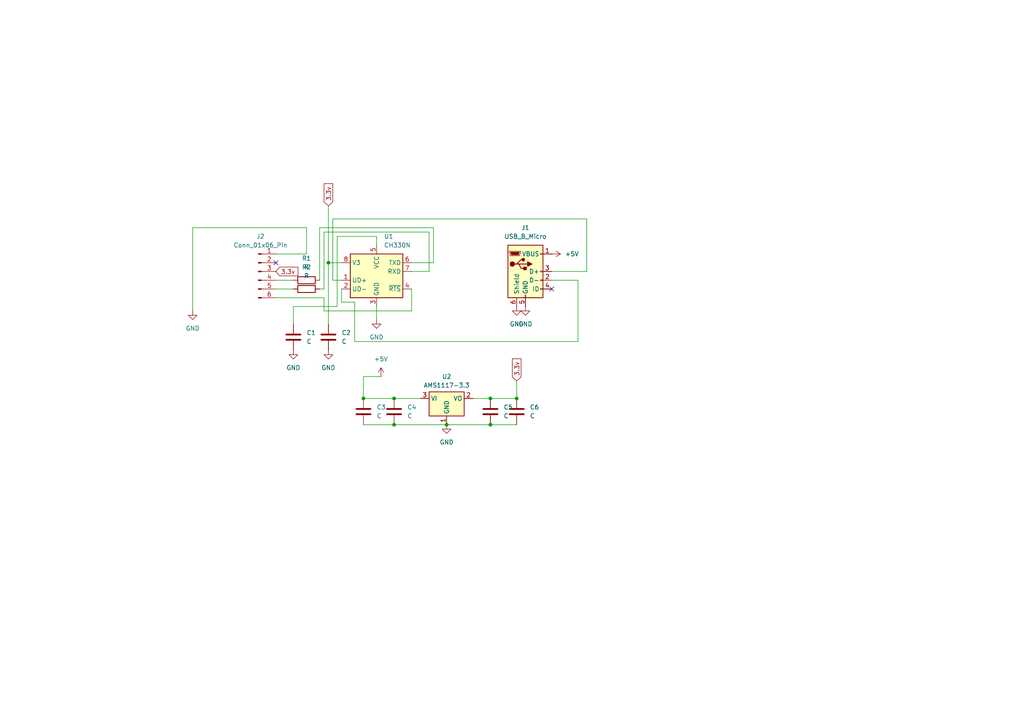
<source format=kicad_sch>
(kicad_sch (version 20250114) (generator "eeschema") (generator_version "9.0")
  (paper "A4")
  (lib_symbols
    (symbol "Connector:Conn_01x06_Pin" (pin_names (offset 1.016) (hide yes))
      (property "Reference" "J" (at 0 7.62 0))
      (property "Value" "Conn_01x06_Pin" (at 0 -10.16 0))
      (symbol "Conn_01x06_Pin_1_1"
        (rectangle (start 0.8636 5.207) (end 0 4.953) (stroke (width 0.1524)) (fill (type outline)))
        (rectangle (start 0.8636 2.667) (end 0 2.413) (stroke (width 0.1524)) (fill (type outline)))
        (rectangle (start 0.8636 0.127) (end 0 -0.127) (stroke (width 0.1524)) (fill (type outline)))
        (rectangle (start 0.8636 -2.413) (end 0 -2.667) (stroke (width 0.1524)) (fill (type outline)))
        (rectangle (start 0.8636 -4.953) (end 0 -5.207) (stroke (width 0.1524)) (fill (type outline)))
        (rectangle (start 0.8636 -7.493) (end 0 -7.747) (stroke (width 0.1524)) (fill (type outline)))
        (polyline (pts (xy 1.27 5.08) (xy 0.8636 5.08)) (stroke (width 0.1524)))
        (polyline (pts (xy 1.27 2.54) (xy 0.8636 2.54)) (stroke (width 0.1524)))
        (polyline (pts (xy 1.27 0) (xy 0.8636 0)) (stroke (width 0.1524)))
        (polyline (pts (xy 1.27 -2.54) (xy 0.8636 -2.54)) (stroke (width 0.1524)))
        (polyline (pts (xy 1.27 -5.08) (xy 0.8636 -5.08)) (stroke (width 0.1524)))
        (polyline (pts (xy 1.27 -7.62) (xy 0.8636 -7.62)) (stroke (width 0.1524)))
        (pin passive line (at 5.08 5.08 180) (length 3.81) (name "Pin_1") (number "1"))
        (pin passive line (at 5.08 2.54 180) (length 3.81) (name "Pin_2") (number "2"))
        (pin passive line (at 5.08 0 180) (length 3.81) (name "Pin_3") (number "3"))
        (pin passive line (at 5.08 -2.54 180) (length 3.81) (name "Pin_4") (number "4"))
        (pin passive line (at 5.08 -5.08 180) (length 3.81) (name "Pin_5") (number "5"))
        (pin passive line (at 5.08 -7.62 180) (length 3.81) (name "Pin_6") (number "6"))
      )
    )
    (symbol "Connector:USB_B_Micro" (pin_names (offset 1.016))
      (property "Reference" "J" (at -5.08 11.43 0))
      (property "Value" "USB_B_Micro" (at -5.08 8.89 0))
      (symbol "USB_B_Micro_0_1"
        (rectangle (start -5.08 -7.62) (end 5.08 7.62) (stroke (width 0.254)) (fill (type background)))
        (polyline (pts (xy -4.699 5.842) (xy -4.699 5.588) (xy -4.445 4.826) (xy -4.445 4.572) (xy -1.651 4.572) (xy -1.651 4.826) (xy -1.397 5.588) (xy -1.397 5.842) (xy -4.699 5.842)))
        (polyline (pts (xy -4.318 5.588) (xy -1.778 5.588) (xy -2.032 4.826) (xy -4.064 4.826) (xy -4.318 5.588)) (fill (type outline)))
        (circle (center -3.81 2.159) (radius 0.635) (stroke (width 0.254)) (fill (type outline)))
        (polyline (pts (xy -3.175 2.159) (xy -2.54 2.159) (xy -1.27 3.429) (xy -0.635 3.429)) (stroke (width 0.254)))
        (polyline (pts (xy -2.54 2.159) (xy -1.905 2.159) (xy -1.27 0.889) (xy 0 0.889)) (stroke (width 0.254)))
        (polyline (pts (xy -1.905 2.159) (xy 0.635 2.159)) (stroke (width 0.254)))
        (circle (center -0.635 3.429) (radius 0.381) (stroke (width 0.254)) (fill (type outline)))
        (rectangle (start -0.127 -7.62) (end 0.127 -6.858))
        (rectangle (start 0.254 1.27) (end -0.508 0.508) (stroke (width 0.254)) (fill (type outline)))
        (polyline (pts (xy 0.635 2.794) (xy 0.635 1.524) (xy 1.905 2.159) (xy 0.635 2.794)) (stroke (width 0.254)) (fill (type outline)))
        (rectangle (start 5.08 4.953) (end 4.318 5.207))
        (rectangle (start 5.08 -0.127) (end 4.318 0.127))
        (rectangle (start 5.08 -2.667) (end 4.318 -2.413))
        (rectangle (start 5.08 -5.207) (end 4.318 -4.953))
      )
      (symbol "USB_B_Micro_1_1"
        (pin passive line (at -2.54 -10.16 90) (length 2.54) (name "Shield") (number "6"))
        (pin power_out line (at 0 -10.16 90) (length 2.54) (name "GND") (number "5"))
        (pin power_out line (at 7.62 5.08 180) (length 2.54) (name "VBUS") (number "1"))
        (pin bidirectional line (at 7.62 0 180) (length 2.54) (name "D+") (number "3"))
        (pin bidirectional line (at 7.62 -2.54 180) (length 2.54) (name "D-") (number "2"))
        (pin passive line (at 7.62 -5.08 180) (length 2.54) (name "ID") (number "4"))
      )
    )
    (symbol "Device:C" (pin_numbers (hide yes)) (pin_names (offset 0.254))
      (property "Reference" "C" (at 0.635 2.54 0))
      (property "Value" "C" (at 0.635 -2.54 0))
      (symbol "C_0_1"
        (polyline (pts (xy -2.032 0.762) (xy 2.032 0.762)) (stroke (width 0.508)))
        (polyline (pts (xy -2.032 -0.762) (xy 2.032 -0.762)) (stroke (width 0.508)))
      )
      (symbol "C_1_1"
        (pin passive line (at 0 3.81 270) (length 2.794) (name "~") (number "1"))
        (pin passive line (at 0 -3.81 90) (length 2.794) (name "~") (number "2"))
      )
    )
    (symbol "Device:R" (pin_numbers (hide yes)) (pin_names (offset 0))
      (property "Reference" "R" (at 2.032 0 90))
      (property "Value" "R" (at 0 0 90))
      (symbol "R_0_1"
        (rectangle (start -1.016 -2.54) (end 1.016 2.54) (stroke (width 0.254)))
      )
      (symbol "R_1_1"
        (pin passive line (at 0 3.81 270) (length 1.27) (name "~") (number "1"))
        (pin passive line (at 0 -3.81 90) (length 1.27) (name "~") (number "2"))
      )
    )
    (symbol "Interface_USB:CH330N"
      (property "Reference" "U" (at -7.62 6.35 0))
      (property "Value" "CH330N" (at 7.62 6.35 0))
      (symbol "CH330N_0_1"
        (rectangle (start -7.62 5.08) (end 7.62 -7.62) (stroke (width 0.254)) (fill (type background)))
      )
      (symbol "CH330N_1_1"
        (pin passive line (at -10.16 2.54 0) (length 2.54) (name "V3") (number "8"))
        (pin bidirectional line (at -10.16 -2.54 0) (length 2.54) (name "UD+") (number "1"))
        (pin bidirectional line (at -10.16 -5.08 0) (length 2.54) (name "UD-") (number "2"))
        (pin power_in line (at 0 7.62 270) (length 2.54) (name "VCC") (number "5"))
        (pin power_in line (at 0 -10.16 90) (length 2.54) (name "GND") (number "3"))
        (pin output line (at 10.16 2.54 180) (length 2.54) (name "TXD") (number "6"))
        (pin input line (at 10.16 0 180) (length 2.54) (name "RXD") (number "7"))
        (pin output line (at 10.16 -5.08 180) (length 2.54) (name "~{RTS}") (number "4"))
      )
    )
    (symbol "Regulator_Linear:AMS1117-3.3"
      (property "Reference" "U" (at -3.81 3.175 0))
      (property "Value" "AMS1117-3.3" (at 0 3.175 0))
      (symbol "AMS1117-3.3_0_1"
        (rectangle (start -5.08 -5.08) (end 5.08 1.905) (stroke (width 0.254)) (fill (type background)))
      )
      (symbol "AMS1117-3.3_1_1"
        (pin power_in line (at -7.62 0 0) (length 2.54) (name "VI") (number "3"))
        (pin power_in line (at 0 -7.62 90) (length 2.54) (name "GND") (number "1"))
        (pin power_out line (at 7.62 0 180) (length 2.54) (name "VO") (number "2"))
      )
    )
    (symbol "power:+5V" (power) (pin_numbers (hide yes)) (pin_names (offset 0) (hide yes))
      (property "Value" "+5V" (at 0 3.556 0))
      (symbol "+5V_0_1"
        (polyline (pts (xy -0.762 1.27) (xy 0 2.54)))
        (polyline (pts (xy 0 2.54) (xy 0.762 1.27)))
        (polyline (pts (xy 0 0) (xy 0 2.54)))
      )
      (symbol "+5V_1_1"
        (pin power_in line (at 0 0 90) (length 0) (name "~") (number "1"))
      )
    )
    (symbol "power:GND" (power) (pin_numbers (hide yes)) (pin_names (offset 0) (hide yes))
      (property "Value" "GND" (at 0 -3.81 0))
      (symbol "GND_0_1"
        (polyline (pts (xy 0 0) (xy 0 -1.27) (xy 1.27 -1.27) (xy 0 -2.54) (xy -1.27 -1.27) (xy 0 -1.27)))
      )
      (symbol "GND_1_1"
        (pin power_in line (at 0 0 270) (length 0) (name "~") (number "1"))
      )
    )
  )
  (junction (at 95.25 76.2))
  (junction (at 114.3 123.19))
  (junction (at 105.41 115.57))
  (junction (at 149.86 115.57))
  (junction (at 142.24 123.19))
  (junction (at 114.3 115.57))
  (junction (at 129.54 123.19))
  (junction (at 142.24 115.57))
  (no_connect (at 80.01 76.2))
  (no_connect (at 160.02 83.82))
  (wire (pts (xy 109.22 88.9) (xy 109.22 92.71)))
  (wire (pts (xy 149.86 110.49) (xy 149.86 115.57)))
  (wire (pts (xy 105.41 123.19) (xy 114.3 123.19)))
  (wire (pts (xy 109.22 68.58) (xy 109.22 71.12)))
  (wire (pts (xy 167.64 99.06) (xy 102.87 99.06)))
  (wire (pts (xy 119.38 90.17) (xy 119.38 83.82)))
  (wire (pts (xy 93.98 90.17) (xy 119.38 90.17)))
  (wire (pts (xy 142.24 115.57) (xy 149.86 115.57)))
  (wire (pts (xy 105.41 115.57) (xy 114.3 115.57)))
  (wire (pts (xy 170.18 63.5) (xy 170.18 78.74)))
  (wire (pts (xy 97.79 68.58) (xy 97.79 88.9)))
  (wire (pts (xy 96.52 81.28) (xy 96.52 63.5)))
  (wire (pts (xy 88.9 73.66) (xy 88.9 66.04)))
  (wire (pts (xy 92.71 66.04) (xy 125.73 66.04)))
  (wire (pts (xy 96.52 63.5) (xy 170.18 63.5)))
  (wire (pts (xy 80.01 81.28) (xy 85.09 81.28)))
  (wire (pts (xy 129.54 123.19) (xy 142.24 123.19)))
  (wire (pts (xy 80.01 86.36) (xy 93.98 86.36)))
  (wire (pts (xy 170.18 78.74) (xy 160.02 78.74)))
  (wire (pts (xy 114.3 123.19) (xy 129.54 123.19)))
  (wire (pts (xy 102.87 99.06) (xy 102.87 87.63)))
  (wire (pts (xy 99.06 81.28) (xy 96.52 81.28)))
  (wire (pts (xy 167.64 81.28) (xy 167.64 99.06)))
  (wire (pts (xy 95.25 76.2) (xy 95.25 93.98)))
  (wire (pts (xy 137.16 115.57) (xy 142.24 115.57)))
  (wire (pts (xy 97.79 68.58) (xy 109.22 68.58)))
  (wire (pts (xy 92.71 81.28) (xy 92.71 66.04)))
  (wire (pts (xy 93.98 86.36) (xy 93.98 90.17)))
  (wire (pts (xy 80.01 83.82) (xy 85.09 83.82)))
  (wire (pts (xy 92.71 83.82) (xy 93.98 83.82)))
  (wire (pts (xy 114.3 115.57) (xy 121.92 115.57)))
  (wire (pts (xy 93.98 83.82) (xy 93.98 67.31)))
  (wire (pts (xy 110.49 109.22) (xy 105.41 109.22)))
  (wire (pts (xy 119.38 78.74) (xy 124.46 78.74)))
  (wire (pts (xy 102.87 87.63) (xy 99.06 87.63)))
  (wire (pts (xy 125.73 76.2) (xy 119.38 76.2)))
  (wire (pts (xy 95.25 59.69) (xy 95.25 76.2)))
  (wire (pts (xy 99.06 76.2) (xy 95.25 76.2)))
  (wire (pts (xy 125.73 66.04) (xy 125.73 76.2)))
  (wire (pts (xy 160.02 81.28) (xy 167.64 81.28)))
  (wire (pts (xy 93.98 67.31) (xy 124.46 67.31)))
  (wire (pts (xy 55.88 66.04) (xy 55.88 90.17)))
  (wire (pts (xy 85.09 88.9) (xy 85.09 93.98)))
  (wire (pts (xy 124.46 67.31) (xy 124.46 78.74)))
  (wire (pts (xy 88.9 66.04) (xy 55.88 66.04)))
  (wire (pts (xy 97.79 88.9) (xy 85.09 88.9)))
  (wire (pts (xy 99.06 87.63) (xy 99.06 83.82)))
  (wire (pts (xy 142.24 123.19) (xy 149.86 123.19)))
  (wire (pts (xy 105.41 109.22) (xy 105.41 115.57)))
  (wire (pts (xy 80.01 73.66) (xy 88.9 73.66)))
  (global_label "3.3v" (shape input) (at 149.86 110.49 90) (property "Intersheetrefs" "${INTERSHEET_REFS}" (effects (hide yes))))
  (global_label "3.3v" (shape input) (at 80.01 78.74 0) (property "Intersheetrefs" "${INTERSHEET_REFS}" (effects (hide yes))))
  (global_label "3.3v" (shape input) (at 95.25 59.69 90) (property "Intersheetrefs" "${INTERSHEET_REFS}" (effects (hide yes))))
  (symbol (lib_id "Device:C") (at 149.86 119.38 0) (unit 1)
    (property "Reference" "C6" (at 153.67 118.1099 0) (effects (justify left)))
    (property "Value" "C" (at 153.67 120.6499 0) (effects (justify left)))
    (property "Footprint" "Capacitor_THT:C_Radial_D6.3mm_H7.0mm_P2.50mm" (effects (hide yes)))
    (property "Description" "Unpolarized capacitor" (effects (hide yes)))
  )
  (symbol (lib_id "Device:C") (at 114.3 119.38 0) (unit 1)
    (property "Reference" "C4" (at 118.11 118.1099 0) (effects (justify left)))
    (property "Value" "C" (at 118.11 120.6499 0) (effects (justify left)))
    (property "Footprint" "Capacitor_THT:C_Radial_D6.3mm_H7.0mm_P2.50mm" (effects (hide yes)))
    (property "Description" "Unpolarized capacitor" (effects (hide yes)))
  )
  (symbol (lib_id "power:GND") (at 149.86 88.9 0) (unit 1)
    (property "Reference" "#PWR06" (effects (hide yes)))
    (property "Value" "GND" (at 149.86 93.98 0))
    (property "Description" "Power symbol creates a global label with name \"GND\" , ground" (effects (hide yes)))
  )
  (symbol (lib_id "power:GND") (at 152.4 88.9 0) (unit 1)
    (property "Reference" "#PWR07" (effects (hide yes)))
    (property "Value" "GND" (at 152.4 93.98 0))
    (property "Description" "Power symbol creates a global label with name \"GND\" , ground" (effects (hide yes)))
  )
  (symbol (lib_id "power:+5V") (at 160.02 73.66 270) (unit 1)
    (property "Reference" "#PWR05" (effects (hide yes)))
    (property "Value" "+5V" (at 163.83 73.6599 90) (effects (justify left)))
    (property "Description" "Power symbol creates a global label with name \"+5V\"" (effects (hide yes)))
  )
  (symbol (lib_id "Connector:USB_B_Micro") (at 152.4 78.74 0) (unit 1)
    (property "Reference" "J1" (at 152.4 66.04 0))
    (property "Value" "USB_B_Micro" (at 152.4 68.58 0))
    (property "Footprint" "Connector_USB:USB_Micro-B_Amphenol_10103594-0001LF_Horizontal" (effects (hide yes)))
    (property "Description" "USB Micro Type B connector" (effects (hide yes)))
  )
  (symbol (lib_id "power:GND") (at 95.25 101.6 0) (unit 1)
    (property "Reference" "#PWR04" (effects (hide yes)))
    (property "Value" "GND" (at 95.25 106.68 0))
    (property "Description" "Power symbol creates a global label with name \"GND\" , ground" (effects (hide yes)))
  )
  (symbol (lib_id "Regulator_Linear:AMS1117-3.3") (at 129.54 115.57 0) (unit 1)
    (property "Reference" "U2" (at 129.54 109.22 0))
    (property "Value" "AMS1117-3.3" (at 129.54 111.76 0))
    (property "Footprint" "Package_TO_SOT_SMD:SOT-223-3_TabPin2" (effects (hide yes)))
    (property "Datasheet" "http://www.advanced-monolithic.com/pdf/ds1117.pdf" (effects (hide yes)))
    (property "Description" "1A Low Dropout regulator, positive, 3.3V fixed output, SOT-223" (effects (hide yes)))
  )
  (symbol (lib_id "Connector:Conn_01x06_Pin") (at 74.93 78.74 0) (unit 1)
    (property "Reference" "J2" (at 75.565 68.58 0))
    (property "Value" "Conn_01x06_Pin" (at 75.565 71.12 0))
    (property "Footprint" "Connector_PinSocket_2.54mm:PinSocket_1x06_P2.54mm_Horizontal" (effects (hide yes)))
    (property "Description" "Generic connector, single row, 01x06, script generated" (effects (hide yes)))
  )
  (symbol (lib_id "power:GND") (at 109.22 92.71 0) (unit 1)
    (property "Reference" "#PWR02" (effects (hide yes)))
    (property "Value" "GND" (at 109.22 97.79 0))
    (property "Description" "Power symbol creates a global label with name \"GND\" , ground" (effects (hide yes)))
  )
  (symbol (lib_id "Device:C") (at 105.41 119.38 0) (unit 1)
    (property "Reference" "C3" (at 109.22 118.1099 0) (effects (justify left)))
    (property "Value" "C" (at 109.22 120.6499 0) (effects (justify left)))
    (property "Footprint" "Capacitor_THT:C_Radial_D6.3mm_H7.0mm_P2.50mm" (effects (hide yes)))
    (property "Description" "Unpolarized capacitor" (effects (hide yes)))
  )
  (symbol (lib_id "power:GND") (at 85.09 101.6 0) (unit 1)
    (property "Reference" "#PWR03" (effects (hide yes)))
    (property "Value" "GND" (at 85.09 106.68 0))
    (property "Description" "Power symbol creates a global label with name \"GND\" , ground" (effects (hide yes)))
  )
  (symbol (lib_id "Device:R") (at 88.9 81.28 90) (unit 1)
    (property "Reference" "R1" (at 88.9 74.93 90))
    (property "Value" "R" (at 88.9 77.47 90))
    (property "Footprint" "Resistor_THT:R_Axial_DIN0207_L6.3mm_D2.5mm_P7.62mm_Horizontal" (effects (hide yes)))
    (property "Description" "Resistor" (effects (hide yes)))
  )
  (symbol (lib_id "Device:C") (at 142.24 119.38 0) (unit 1)
    (property "Reference" "C5" (at 146.05 118.1099 0) (effects (justify left)))
    (property "Value" "C" (at 146.05 120.6499 0) (effects (justify left)))
    (property "Footprint" "Capacitor_THT:C_Radial_D6.3mm_H7.0mm_P2.50mm" (effects (hide yes)))
    (property "Description" "Unpolarized capacitor" (effects (hide yes)))
  )
  (symbol (lib_id "power:+5V") (at 110.49 109.22 0) (unit 1)
    (property "Reference" "#PWR08" (effects (hide yes)))
    (property "Value" "+5V" (at 110.49 104.14 0))
    (property "Description" "Power symbol creates a global label with name \"+5V\"" (effects (hide yes)))
  )
  (symbol (lib_id "power:GND") (at 55.88 90.17 0) (unit 1)
    (property "Reference" "#PWR01" (effects (hide yes)))
    (property "Value" "GND" (at 55.88 95.25 0))
    (property "Description" "Power symbol creates a global label with name \"GND\" , ground" (effects (hide yes)))
  )
  (symbol (lib_id "Device:C") (at 95.25 97.79 0) (unit 1)
    (property "Reference" "C2" (at 99.06 96.5199 0) (effects (justify left)))
    (property "Value" "C" (at 99.06 99.0599 0) (effects (justify left)))
    (property "Footprint" "Capacitor_THT:CP_Radial_D5.0mm_P2.50mm" (effects (hide yes)))
    (property "Description" "Unpolarized capacitor" (effects (hide yes)))
  )
  (symbol (lib_id "Interface_USB:CH330N") (at 109.22 78.74 0) (unit 1)
    (property "Reference" "U1" (at 111.3633 68.58 0) (effects (justify left)))
    (property "Value" "CH330N" (at 111.3633 71.12 0) (effects (justify left)))
    (property "Footprint" "Package_SO:SOIC-8_3.9x4.9mm_P1.27mm" (effects (hide yes)))
    (property "Datasheet" "http://www.wch.cn/downloads/file/240.html" (effects (hide yes)))
    (property "Description" "USB serial converter, UART, SOIC-8" (effects (hide yes)))
  )
  (symbol (lib_id "Device:C") (at 85.09 97.79 0) (unit 1)
    (property "Reference" "C1" (at 88.9 96.5199 0) (effects (justify left)))
    (property "Value" "C" (at 88.9 99.0599 0) (effects (justify left)))
    (property "Footprint" "Capacitor_THT:CP_Radial_D5.0mm_P2.50mm" (effects (hide yes)))
    (property "Description" "Unpolarized capacitor" (effects (hide yes)))
  )
  (symbol (lib_id "power:GND") (at 129.54 123.19 0) (unit 1)
    (property "Reference" "#PWR09" (effects (hide yes)))
    (property "Value" "GND" (at 129.54 128.27 0))
    (property "Description" "Power symbol creates a global label with name \"GND\" , ground" (effects (hide yes)))
  )
  (symbol (lib_id "Device:R") (at 88.9 83.82 90) (unit 1)
    (property "Reference" "R2" (at 88.9 77.47 90))
    (property "Value" "R" (at 88.9 80.01 90))
    (property "Footprint" "Resistor_THT:R_Axial_DIN0207_L6.3mm_D2.5mm_P7.62mm_Horizontal" (effects (hide yes)))
    (property "Description" "Resistor" (effects (hide yes)))
  )
)
</source>
